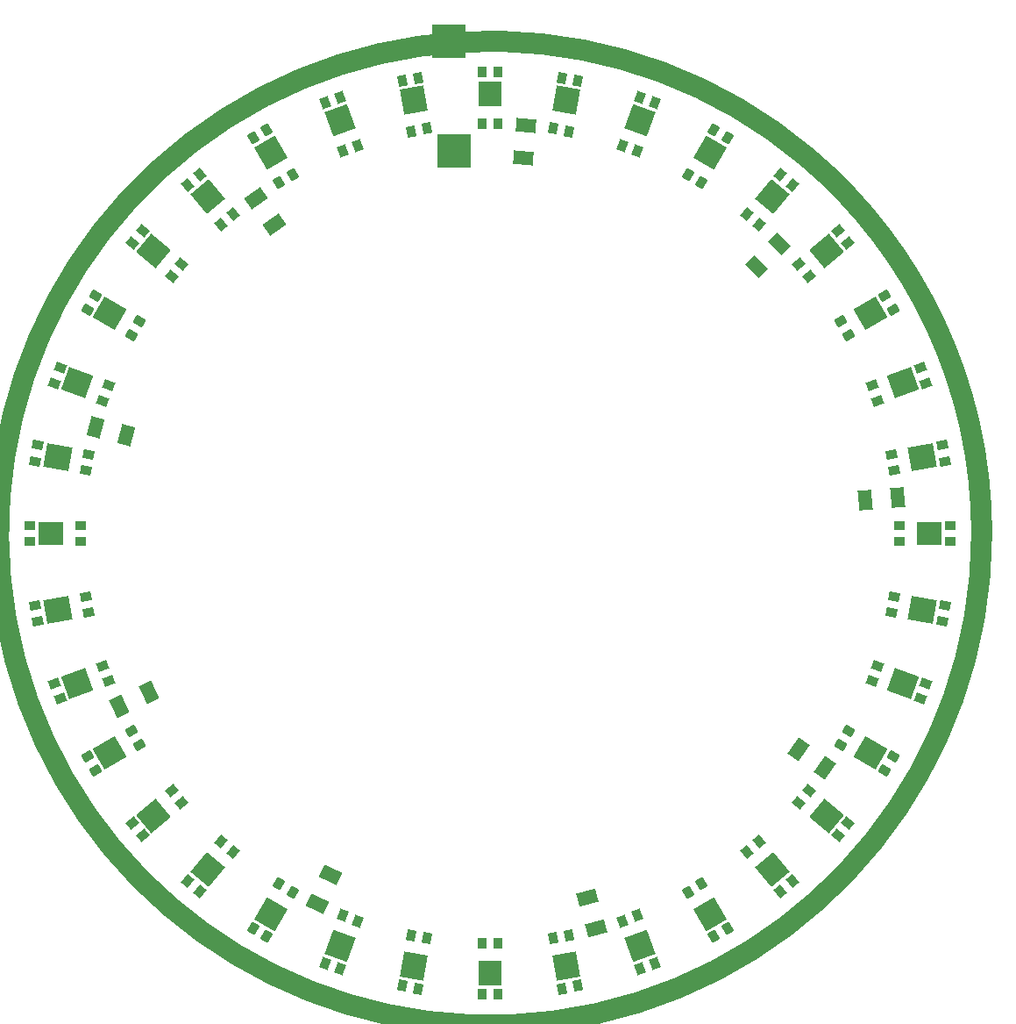
<source format=gts>
G04*
G04 #@! TF.GenerationSoftware,Altium Limited,Altium Designer,19.1.7 (138)*
G04*
G04 Layer_Color=8388736*
%FSLAX25Y25*%
%MOIN*%
G70*
G01*
G75*
%ADD58C,0.07874*%
G04:AMPARAMS|DCode=59|XSize=74.8mil|YSize=51.18mil|CornerRadius=0mil|HoleSize=0mil|Usage=FLASHONLY|Rotation=315.000|XOffset=0mil|YOffset=0mil|HoleType=Round|Shape=Rectangle|*
%AMROTATEDRECTD59*
4,1,4,-0.04454,0.00835,-0.00835,0.04454,0.04454,-0.00835,0.00835,-0.04454,-0.04454,0.00835,0.0*
%
%ADD59ROTATEDRECTD59*%

G04:AMPARAMS|DCode=60|XSize=74.8mil|YSize=51.18mil|CornerRadius=0mil|HoleSize=0mil|Usage=FLASHONLY|Rotation=275.000|XOffset=0mil|YOffset=0mil|HoleType=Round|Shape=Rectangle|*
%AMROTATEDRECTD60*
4,1,4,-0.02875,0.03503,0.02223,0.03949,0.02875,-0.03503,-0.02223,-0.03949,-0.02875,0.03503,0.0*
%
%ADD60ROTATEDRECTD60*%

G04:AMPARAMS|DCode=61|XSize=74.8mil|YSize=51.18mil|CornerRadius=0mil|HoleSize=0mil|Usage=FLASHONLY|Rotation=235.000|XOffset=0mil|YOffset=0mil|HoleType=Round|Shape=Rectangle|*
%AMROTATEDRECTD61*
4,1,4,0.00049,0.04532,0.04242,0.01596,-0.00049,-0.04532,-0.04242,-0.01596,0.00049,0.04532,0.0*
%
%ADD61ROTATEDRECTD61*%

G04:AMPARAMS|DCode=62|XSize=74.8mil|YSize=51.18mil|CornerRadius=0mil|HoleSize=0mil|Usage=FLASHONLY|Rotation=195.000|XOffset=0mil|YOffset=0mil|HoleType=Round|Shape=Rectangle|*
%AMROTATEDRECTD62*
4,1,4,0.02950,0.03440,0.04275,-0.01504,-0.02950,-0.03440,-0.04275,0.01504,0.02950,0.03440,0.0*
%
%ADD62ROTATEDRECTD62*%

G04:AMPARAMS|DCode=63|XSize=74.8mil|YSize=51.18mil|CornerRadius=0mil|HoleSize=0mil|Usage=FLASHONLY|Rotation=75.000|XOffset=0mil|YOffset=0mil|HoleType=Round|Shape=Rectangle|*
%AMROTATEDRECTD63*
4,1,4,0.01504,-0.04275,-0.03440,-0.02950,-0.01504,0.04275,0.03440,0.02950,0.01504,-0.04275,0.0*
%
%ADD63ROTATEDRECTD63*%

G04:AMPARAMS|DCode=64|XSize=74.8mil|YSize=51.18mil|CornerRadius=0mil|HoleSize=0mil|Usage=FLASHONLY|Rotation=155.000|XOffset=0mil|YOffset=0mil|HoleType=Round|Shape=Rectangle|*
%AMROTATEDRECTD64*
4,1,4,0.04471,0.00739,0.02308,-0.03900,-0.04471,-0.00739,-0.02308,0.03900,0.04471,0.00739,0.0*
%
%ADD64ROTATEDRECTD64*%

G04:AMPARAMS|DCode=65|XSize=74.8mil|YSize=51.18mil|CornerRadius=0mil|HoleSize=0mil|Usage=FLASHONLY|Rotation=115.000|XOffset=0mil|YOffset=0mil|HoleType=Round|Shape=Rectangle|*
%AMROTATEDRECTD65*
4,1,4,0.03900,-0.02308,-0.00739,-0.04471,-0.03900,0.02308,0.00739,0.04471,0.03900,-0.02308,0.0*
%
%ADD65ROTATEDRECTD65*%

G04:AMPARAMS|DCode=66|XSize=74.8mil|YSize=51.18mil|CornerRadius=0mil|HoleSize=0mil|Usage=FLASHONLY|Rotation=35.000|XOffset=0mil|YOffset=0mil|HoleType=Round|Shape=Rectangle|*
%AMROTATEDRECTD66*
4,1,4,-0.01596,-0.04242,-0.04532,-0.00049,0.01596,0.04242,0.04532,0.00049,-0.01596,-0.04242,0.0*
%
%ADD66ROTATEDRECTD66*%

G04:AMPARAMS|DCode=67|XSize=90.55mil|YSize=97.24mil|CornerRadius=0mil|HoleSize=0mil|Usage=FLASHONLY|Rotation=290.000|XOffset=0mil|YOffset=0mil|HoleType=Round|Shape=Rectangle|*
%AMROTATEDRECTD67*
4,1,4,-0.06118,0.02592,0.03021,0.05918,0.06118,-0.02592,-0.03021,-0.05918,-0.06118,0.02592,0.0*
%
%ADD67ROTATEDRECTD67*%

G04:AMPARAMS|DCode=68|XSize=33.47mil|YSize=41.34mil|CornerRadius=0mil|HoleSize=0mil|Usage=FLASHONLY|Rotation=290.000|XOffset=0mil|YOffset=0mil|HoleType=Round|Shape=Rectangle|*
%AMROTATEDRECTD68*
4,1,4,-0.02515,0.00865,0.01370,0.02279,0.02515,-0.00865,-0.01370,-0.02279,-0.02515,0.00865,0.0*
%
%ADD68ROTATEDRECTD68*%

%ADD69R,0.12611X0.12611*%
G04:AMPARAMS|DCode=70|XSize=74.8mil|YSize=51.18mil|CornerRadius=0mil|HoleSize=0mil|Usage=FLASHONLY|Rotation=355.000|XOffset=0mil|YOffset=0mil|HoleType=Round|Shape=Rectangle|*
%AMROTATEDRECTD70*
4,1,4,-0.03949,-0.02223,-0.03503,0.02875,0.03949,0.02223,0.03503,-0.02875,-0.03949,-0.02223,0.0*
%
%ADD70ROTATEDRECTD70*%

%ADD71R,0.03347X0.04134*%
%ADD72R,0.09055X0.09724*%
G04:AMPARAMS|DCode=73|XSize=33.47mil|YSize=41.34mil|CornerRadius=0mil|HoleSize=0mil|Usage=FLASHONLY|Rotation=190.000|XOffset=0mil|YOffset=0mil|HoleType=Round|Shape=Rectangle|*
%AMROTATEDRECTD73*
4,1,4,0.01289,0.02326,0.02007,-0.01745,-0.01289,-0.02326,-0.02007,0.01745,0.01289,0.02326,0.0*
%
%ADD73ROTATEDRECTD73*%

G04:AMPARAMS|DCode=74|XSize=90.55mil|YSize=97.24mil|CornerRadius=0mil|HoleSize=0mil|Usage=FLASHONLY|Rotation=190.000|XOffset=0mil|YOffset=0mil|HoleType=Round|Shape=Rectangle|*
%AMROTATEDRECTD74*
4,1,4,0.03615,0.05574,0.05303,-0.04002,-0.03615,-0.05574,-0.05303,0.04002,0.03615,0.05574,0.0*
%
%ADD74ROTATEDRECTD74*%

G04:AMPARAMS|DCode=75|XSize=33.47mil|YSize=41.34mil|CornerRadius=0mil|HoleSize=0mil|Usage=FLASHONLY|Rotation=200.000|XOffset=0mil|YOffset=0mil|HoleType=Round|Shape=Rectangle|*
%AMROTATEDRECTD75*
4,1,4,0.00865,0.02515,0.02279,-0.01370,-0.00865,-0.02515,-0.02279,0.01370,0.00865,0.02515,0.0*
%
%ADD75ROTATEDRECTD75*%

G04:AMPARAMS|DCode=76|XSize=90.55mil|YSize=97.24mil|CornerRadius=0mil|HoleSize=0mil|Usage=FLASHONLY|Rotation=200.000|XOffset=0mil|YOffset=0mil|HoleType=Round|Shape=Rectangle|*
%AMROTATEDRECTD76*
4,1,4,0.02592,0.06118,0.05918,-0.03021,-0.02592,-0.06118,-0.05918,0.03021,0.02592,0.06118,0.0*
%
%ADD76ROTATEDRECTD76*%

G04:AMPARAMS|DCode=77|XSize=33.47mil|YSize=41.34mil|CornerRadius=0mil|HoleSize=0mil|Usage=FLASHONLY|Rotation=210.000|XOffset=0mil|YOffset=0mil|HoleType=Round|Shape=Rectangle|*
%AMROTATEDRECTD77*
4,1,4,0.00416,0.02627,0.02483,-0.00953,-0.00416,-0.02627,-0.02483,0.00953,0.00416,0.02627,0.0*
%
%ADD77ROTATEDRECTD77*%

G04:AMPARAMS|DCode=78|XSize=90.55mil|YSize=97.24mil|CornerRadius=0mil|HoleSize=0mil|Usage=FLASHONLY|Rotation=210.000|XOffset=0mil|YOffset=0mil|HoleType=Round|Shape=Rectangle|*
%AMROTATEDRECTD78*
4,1,4,0.01490,0.06475,0.06352,-0.01947,-0.01490,-0.06475,-0.06352,0.01947,0.01490,0.06475,0.0*
%
%ADD78ROTATEDRECTD78*%

G04:AMPARAMS|DCode=79|XSize=33.47mil|YSize=41.34mil|CornerRadius=0mil|HoleSize=0mil|Usage=FLASHONLY|Rotation=220.000|XOffset=0mil|YOffset=0mil|HoleType=Round|Shape=Rectangle|*
%AMROTATEDRECTD79*
4,1,4,-0.00047,0.02659,0.02610,-0.00508,0.00047,-0.02659,-0.02610,0.00508,-0.00047,0.02659,0.0*
%
%ADD79ROTATEDRECTD79*%

G04:AMPARAMS|DCode=80|XSize=90.55mil|YSize=97.24mil|CornerRadius=0mil|HoleSize=0mil|Usage=FLASHONLY|Rotation=220.000|XOffset=0mil|YOffset=0mil|HoleType=Round|Shape=Rectangle|*
%AMROTATEDRECTD80*
4,1,4,0.00343,0.06635,0.06594,-0.00814,-0.00343,-0.06635,-0.06594,0.00814,0.00343,0.06635,0.0*
%
%ADD80ROTATEDRECTD80*%

G04:AMPARAMS|DCode=81|XSize=33.47mil|YSize=41.34mil|CornerRadius=0mil|HoleSize=0mil|Usage=FLASHONLY|Rotation=230.000|XOffset=0mil|YOffset=0mil|HoleType=Round|Shape=Rectangle|*
%AMROTATEDRECTD81*
4,1,4,-0.00508,0.02610,0.02659,-0.00047,0.00508,-0.02610,-0.02659,0.00047,-0.00508,0.02610,0.0*
%
%ADD81ROTATEDRECTD81*%

G04:AMPARAMS|DCode=82|XSize=90.55mil|YSize=97.24mil|CornerRadius=0mil|HoleSize=0mil|Usage=FLASHONLY|Rotation=230.000|XOffset=0mil|YOffset=0mil|HoleType=Round|Shape=Rectangle|*
%AMROTATEDRECTD82*
4,1,4,-0.00814,0.06594,0.06635,0.00343,0.00814,-0.06594,-0.06635,-0.00343,-0.00814,0.06594,0.0*
%
%ADD82ROTATEDRECTD82*%

G04:AMPARAMS|DCode=83|XSize=33.47mil|YSize=41.34mil|CornerRadius=0mil|HoleSize=0mil|Usage=FLASHONLY|Rotation=240.000|XOffset=0mil|YOffset=0mil|HoleType=Round|Shape=Rectangle|*
%AMROTATEDRECTD83*
4,1,4,-0.00953,0.02483,0.02627,0.00416,0.00953,-0.02483,-0.02627,-0.00416,-0.00953,0.02483,0.0*
%
%ADD83ROTATEDRECTD83*%

G04:AMPARAMS|DCode=84|XSize=90.55mil|YSize=97.24mil|CornerRadius=0mil|HoleSize=0mil|Usage=FLASHONLY|Rotation=240.000|XOffset=0mil|YOffset=0mil|HoleType=Round|Shape=Rectangle|*
%AMROTATEDRECTD84*
4,1,4,-0.01947,0.06352,0.06475,0.01490,0.01947,-0.06352,-0.06475,-0.01490,-0.01947,0.06352,0.0*
%
%ADD84ROTATEDRECTD84*%

G04:AMPARAMS|DCode=85|XSize=33.47mil|YSize=41.34mil|CornerRadius=0mil|HoleSize=0mil|Usage=FLASHONLY|Rotation=250.000|XOffset=0mil|YOffset=0mil|HoleType=Round|Shape=Rectangle|*
%AMROTATEDRECTD85*
4,1,4,-0.01370,0.02279,0.02515,0.00865,0.01370,-0.02279,-0.02515,-0.00865,-0.01370,0.02279,0.0*
%
%ADD85ROTATEDRECTD85*%

G04:AMPARAMS|DCode=86|XSize=90.55mil|YSize=97.24mil|CornerRadius=0mil|HoleSize=0mil|Usage=FLASHONLY|Rotation=250.000|XOffset=0mil|YOffset=0mil|HoleType=Round|Shape=Rectangle|*
%AMROTATEDRECTD86*
4,1,4,-0.03021,0.05918,0.06118,0.02592,0.03021,-0.05918,-0.06118,-0.02592,-0.03021,0.05918,0.0*
%
%ADD86ROTATEDRECTD86*%

G04:AMPARAMS|DCode=87|XSize=33.47mil|YSize=41.34mil|CornerRadius=0mil|HoleSize=0mil|Usage=FLASHONLY|Rotation=260.000|XOffset=0mil|YOffset=0mil|HoleType=Round|Shape=Rectangle|*
%AMROTATEDRECTD87*
4,1,4,-0.01745,0.02007,0.02326,0.01289,0.01745,-0.02007,-0.02326,-0.01289,-0.01745,0.02007,0.0*
%
%ADD87ROTATEDRECTD87*%

G04:AMPARAMS|DCode=88|XSize=90.55mil|YSize=97.24mil|CornerRadius=0mil|HoleSize=0mil|Usage=FLASHONLY|Rotation=260.000|XOffset=0mil|YOffset=0mil|HoleType=Round|Shape=Rectangle|*
%AMROTATEDRECTD88*
4,1,4,-0.04002,0.05303,0.05574,0.03615,0.04002,-0.05303,-0.05574,-0.03615,-0.04002,0.05303,0.0*
%
%ADD88ROTATEDRECTD88*%

%ADD89R,0.04134X0.03347*%
%ADD90R,0.09724X0.09055*%
G04:AMPARAMS|DCode=91|XSize=33.47mil|YSize=41.34mil|CornerRadius=0mil|HoleSize=0mil|Usage=FLASHONLY|Rotation=100.000|XOffset=0mil|YOffset=0mil|HoleType=Round|Shape=Rectangle|*
%AMROTATEDRECTD91*
4,1,4,0.02326,-0.01289,-0.01745,-0.02007,-0.02326,0.01289,0.01745,0.02007,0.02326,-0.01289,0.0*
%
%ADD91ROTATEDRECTD91*%

G04:AMPARAMS|DCode=92|XSize=90.55mil|YSize=97.24mil|CornerRadius=0mil|HoleSize=0mil|Usage=FLASHONLY|Rotation=100.000|XOffset=0mil|YOffset=0mil|HoleType=Round|Shape=Rectangle|*
%AMROTATEDRECTD92*
4,1,4,0.05574,-0.03615,-0.04002,-0.05303,-0.05574,0.03615,0.04002,0.05303,0.05574,-0.03615,0.0*
%
%ADD92ROTATEDRECTD92*%

G04:AMPARAMS|DCode=93|XSize=33.47mil|YSize=41.34mil|CornerRadius=0mil|HoleSize=0mil|Usage=FLASHONLY|Rotation=120.000|XOffset=0mil|YOffset=0mil|HoleType=Round|Shape=Rectangle|*
%AMROTATEDRECTD93*
4,1,4,0.02627,-0.00416,-0.00953,-0.02483,-0.02627,0.00416,0.00953,0.02483,0.02627,-0.00416,0.0*
%
%ADD93ROTATEDRECTD93*%

G04:AMPARAMS|DCode=94|XSize=90.55mil|YSize=97.24mil|CornerRadius=0mil|HoleSize=0mil|Usage=FLASHONLY|Rotation=120.000|XOffset=0mil|YOffset=0mil|HoleType=Round|Shape=Rectangle|*
%AMROTATEDRECTD94*
4,1,4,0.06475,-0.01490,-0.01947,-0.06352,-0.06475,0.01490,0.01947,0.06352,0.06475,-0.01490,0.0*
%
%ADD94ROTATEDRECTD94*%

G04:AMPARAMS|DCode=95|XSize=33.47mil|YSize=41.34mil|CornerRadius=0mil|HoleSize=0mil|Usage=FLASHONLY|Rotation=130.000|XOffset=0mil|YOffset=0mil|HoleType=Round|Shape=Rectangle|*
%AMROTATEDRECTD95*
4,1,4,0.02659,0.00047,-0.00508,-0.02610,-0.02659,-0.00047,0.00508,0.02610,0.02659,0.00047,0.0*
%
%ADD95ROTATEDRECTD95*%

G04:AMPARAMS|DCode=96|XSize=90.55mil|YSize=97.24mil|CornerRadius=0mil|HoleSize=0mil|Usage=FLASHONLY|Rotation=130.000|XOffset=0mil|YOffset=0mil|HoleType=Round|Shape=Rectangle|*
%AMROTATEDRECTD96*
4,1,4,0.06635,-0.00343,-0.00814,-0.06594,-0.06635,0.00343,0.00814,0.06594,0.06635,-0.00343,0.0*
%
%ADD96ROTATEDRECTD96*%

G04:AMPARAMS|DCode=97|XSize=33.47mil|YSize=41.34mil|CornerRadius=0mil|HoleSize=0mil|Usage=FLASHONLY|Rotation=140.000|XOffset=0mil|YOffset=0mil|HoleType=Round|Shape=Rectangle|*
%AMROTATEDRECTD97*
4,1,4,0.02610,0.00508,-0.00047,-0.02659,-0.02610,-0.00508,0.00047,0.02659,0.02610,0.00508,0.0*
%
%ADD97ROTATEDRECTD97*%

G04:AMPARAMS|DCode=98|XSize=90.55mil|YSize=97.24mil|CornerRadius=0mil|HoleSize=0mil|Usage=FLASHONLY|Rotation=140.000|XOffset=0mil|YOffset=0mil|HoleType=Round|Shape=Rectangle|*
%AMROTATEDRECTD98*
4,1,4,0.06594,0.00814,0.00343,-0.06635,-0.06594,-0.00814,-0.00343,0.06635,0.06594,0.00814,0.0*
%
%ADD98ROTATEDRECTD98*%

G04:AMPARAMS|DCode=99|XSize=33.47mil|YSize=41.34mil|CornerRadius=0mil|HoleSize=0mil|Usage=FLASHONLY|Rotation=150.000|XOffset=0mil|YOffset=0mil|HoleType=Round|Shape=Rectangle|*
%AMROTATEDRECTD99*
4,1,4,0.02483,0.00953,0.00416,-0.02627,-0.02483,-0.00953,-0.00416,0.02627,0.02483,0.00953,0.0*
%
%ADD99ROTATEDRECTD99*%

G04:AMPARAMS|DCode=100|XSize=90.55mil|YSize=97.24mil|CornerRadius=0mil|HoleSize=0mil|Usage=FLASHONLY|Rotation=150.000|XOffset=0mil|YOffset=0mil|HoleType=Round|Shape=Rectangle|*
%AMROTATEDRECTD100*
4,1,4,0.06352,0.01947,0.01490,-0.06475,-0.06352,-0.01947,-0.01490,0.06475,0.06352,0.01947,0.0*
%
%ADD100ROTATEDRECTD100*%

G04:AMPARAMS|DCode=101|XSize=33.47mil|YSize=41.34mil|CornerRadius=0mil|HoleSize=0mil|Usage=FLASHONLY|Rotation=160.000|XOffset=0mil|YOffset=0mil|HoleType=Round|Shape=Rectangle|*
%AMROTATEDRECTD101*
4,1,4,0.02279,0.01370,0.00865,-0.02515,-0.02279,-0.01370,-0.00865,0.02515,0.02279,0.01370,0.0*
%
%ADD101ROTATEDRECTD101*%

G04:AMPARAMS|DCode=102|XSize=90.55mil|YSize=97.24mil|CornerRadius=0mil|HoleSize=0mil|Usage=FLASHONLY|Rotation=160.000|XOffset=0mil|YOffset=0mil|HoleType=Round|Shape=Rectangle|*
%AMROTATEDRECTD102*
4,1,4,0.05918,0.03021,0.02592,-0.06118,-0.05918,-0.03021,-0.02592,0.06118,0.05918,0.03021,0.0*
%
%ADD102ROTATEDRECTD102*%

G04:AMPARAMS|DCode=103|XSize=33.47mil|YSize=41.34mil|CornerRadius=0mil|HoleSize=0mil|Usage=FLASHONLY|Rotation=170.000|XOffset=0mil|YOffset=0mil|HoleType=Round|Shape=Rectangle|*
%AMROTATEDRECTD103*
4,1,4,0.02007,0.01745,0.01289,-0.02326,-0.02007,-0.01745,-0.01289,0.02326,0.02007,0.01745,0.0*
%
%ADD103ROTATEDRECTD103*%

G04:AMPARAMS|DCode=104|XSize=90.55mil|YSize=97.24mil|CornerRadius=0mil|HoleSize=0mil|Usage=FLASHONLY|Rotation=170.000|XOffset=0mil|YOffset=0mil|HoleType=Round|Shape=Rectangle|*
%AMROTATEDRECTD104*
4,1,4,0.05303,0.04002,0.03615,-0.05574,-0.05303,-0.04002,-0.03615,0.05574,0.05303,0.04002,0.0*
%
%ADD104ROTATEDRECTD104*%

D58*
X186929Y0D02*
G03*
X120390Y142999I-186929J0D01*
G01*
D02*
G03*
X186929Y0I-120390J-142999D01*
G01*
D59*
X101306Y101225D02*
D03*
X109936Y109855D02*
D03*
D60*
X142671Y12424D02*
D03*
X154829Y13488D02*
D03*
D61*
X117279Y-82190D02*
D03*
X127276Y-89190D02*
D03*
D62*
X37010Y-138346D02*
D03*
X40169Y-150135D02*
D03*
D63*
X-138316Y37121D02*
D03*
X-150105Y40280D02*
D03*
D64*
X-60576Y-129769D02*
D03*
X-65734Y-140830D02*
D03*
D65*
X-129817Y-60471D02*
D03*
X-140879Y-65629D02*
D03*
D66*
X-82095Y117345D02*
D03*
X-89096Y127342D02*
D03*
D67*
X-156918Y-57113D02*
D03*
X156918Y57113D02*
D03*
D68*
X-165583Y-57020D02*
D03*
X-163496Y-62755D02*
D03*
X-145182Y-56089D02*
D03*
X-147269Y-50355D02*
D03*
X147269Y50355D02*
D03*
X145182Y56089D02*
D03*
X163496Y62755D02*
D03*
X165583Y57020D02*
D03*
D69*
X-15748Y187008D02*
D03*
X-13780Y145158D02*
D03*
D70*
X13603Y154819D02*
D03*
X12539Y142661D02*
D03*
D71*
X3051Y155610D02*
D03*
X-3051Y155610D02*
D03*
X-3051Y175100D02*
D03*
X3051Y175100D02*
D03*
X-3051Y-155610D02*
D03*
X3051Y-155610D02*
D03*
X3051Y-175100D02*
D03*
X-3051Y-175100D02*
D03*
D72*
X0Y166988D02*
D03*
X0Y-166988D02*
D03*
D73*
X-24017Y153776D02*
D03*
X-30026Y152716D02*
D03*
X-33411Y171910D02*
D03*
X-27401Y172969D02*
D03*
X24017Y-153776D02*
D03*
X30026Y-152716D02*
D03*
X33411Y-171910D02*
D03*
X27401Y-172969D02*
D03*
D74*
X-28997Y164451D02*
D03*
X28997Y-164451D02*
D03*
D75*
X-50355Y147269D02*
D03*
X-56089Y145182D02*
D03*
X-62755Y163496D02*
D03*
X-57020Y165583D02*
D03*
X50355Y-147269D02*
D03*
X56089Y-145182D02*
D03*
X62755Y-163496D02*
D03*
X57020Y-165583D02*
D03*
D76*
X-57113Y156918D02*
D03*
X57113Y-156918D02*
D03*
D77*
X-75163Y136288D02*
D03*
X-80448Y133237D02*
D03*
X-90192Y150115D02*
D03*
X-84907Y153166D02*
D03*
X75163Y-136288D02*
D03*
X80448Y-133237D02*
D03*
X90192Y-150115D02*
D03*
X84907Y-153166D02*
D03*
D78*
X-83494Y144616D02*
D03*
X83494Y-144616D02*
D03*
D79*
X-97687Y121166D02*
D03*
X-102362Y117243D02*
D03*
X-114889Y132173D02*
D03*
X-110215Y136095D02*
D03*
X97687Y-121166D02*
D03*
X102362Y-117243D02*
D03*
X114889Y-132173D02*
D03*
X110214Y-136095D02*
D03*
D80*
X-107338Y127920D02*
D03*
X107338Y-127920D02*
D03*
D81*
X-117243Y102362D02*
D03*
X-121166Y97687D02*
D03*
X-136095Y110215D02*
D03*
X-132173Y114889D02*
D03*
X117243Y-102362D02*
D03*
X121166Y-97687D02*
D03*
X136095Y-110215D02*
D03*
X132173Y-114889D02*
D03*
D82*
X-127920Y107338D02*
D03*
X127920Y-107338D02*
D03*
D83*
X-133237Y80448D02*
D03*
X-136288Y75163D02*
D03*
X-153166Y84907D02*
D03*
X-150115Y90192D02*
D03*
X133237Y-80448D02*
D03*
X136288Y-75163D02*
D03*
X153166Y-84907D02*
D03*
X150115Y-90192D02*
D03*
D84*
X-144616Y83494D02*
D03*
X144616Y-83494D02*
D03*
D85*
X-145182Y56089D02*
D03*
X-147269Y50355D02*
D03*
X-165583Y57020D02*
D03*
X-163496Y62755D02*
D03*
X145182Y-56089D02*
D03*
X147269Y-50355D02*
D03*
X165583Y-57020D02*
D03*
X163496Y-62755D02*
D03*
D86*
X-156918Y57113D02*
D03*
X156918Y-57113D02*
D03*
D87*
X-152716Y30026D02*
D03*
X-153776Y24017D02*
D03*
X-172969Y27401D02*
D03*
X-171910Y33411D02*
D03*
X152716Y-30026D02*
D03*
X153776Y-24017D02*
D03*
X172969Y-27401D02*
D03*
X171910Y-33411D02*
D03*
D88*
X-164451Y28997D02*
D03*
X164451Y-28997D02*
D03*
D89*
X155610Y-3051D02*
D03*
Y3051D02*
D03*
X175100Y3051D02*
D03*
X175100Y-3051D02*
D03*
X-155610Y3051D02*
D03*
Y-3051D02*
D03*
X-175100D02*
D03*
Y3051D02*
D03*
D90*
X166988Y-0D02*
D03*
X-166988Y0D02*
D03*
D91*
X153776Y24017D02*
D03*
X152716Y30026D02*
D03*
X171910Y33411D02*
D03*
X172969Y27401D02*
D03*
X-153776Y-24017D02*
D03*
X-152716Y-30026D02*
D03*
X-171910Y-33411D02*
D03*
X-172969Y-27401D02*
D03*
D92*
X164451Y28997D02*
D03*
X-164451Y-28997D02*
D03*
D93*
X136288Y75163D02*
D03*
X133237Y80448D02*
D03*
X150115Y90192D02*
D03*
X153166Y84907D02*
D03*
X-136288Y-75163D02*
D03*
X-133237Y-80448D02*
D03*
X-150115Y-90192D02*
D03*
X-153166Y-84907D02*
D03*
D94*
X144616Y83494D02*
D03*
X-144616Y-83494D02*
D03*
D95*
X121166Y97687D02*
D03*
X117243Y102362D02*
D03*
X132173Y114889D02*
D03*
X136095Y110214D02*
D03*
X-121166Y-97687D02*
D03*
X-117243Y-102362D02*
D03*
X-132173Y-114889D02*
D03*
X-136095Y-110214D02*
D03*
D96*
X127920Y107338D02*
D03*
X-127920Y-107338D02*
D03*
D97*
X102362Y117243D02*
D03*
X97687Y121166D02*
D03*
X110215Y136095D02*
D03*
X114889Y132173D02*
D03*
X-102362Y-117243D02*
D03*
X-97687Y-121166D02*
D03*
X-110214Y-136095D02*
D03*
X-114889Y-132173D02*
D03*
D98*
X107338Y127920D02*
D03*
X-107338Y-127920D02*
D03*
D99*
X80448Y133237D02*
D03*
X75163Y136288D02*
D03*
X84907Y153166D02*
D03*
X90192Y150115D02*
D03*
X-80448Y-133237D02*
D03*
X-75163Y-136288D02*
D03*
X-84907Y-153166D02*
D03*
X-90192Y-150115D02*
D03*
D100*
X83494Y144616D02*
D03*
X-83494Y-144616D02*
D03*
D101*
X56089Y145182D02*
D03*
X50355Y147269D02*
D03*
X57020Y165583D02*
D03*
X62755Y163496D02*
D03*
X-56089Y-145182D02*
D03*
X-50355Y-147269D02*
D03*
X-57020Y-165583D02*
D03*
X-62755Y-163496D02*
D03*
D102*
X57113Y156918D02*
D03*
X-57113Y-156918D02*
D03*
D103*
X30026Y152716D02*
D03*
X24017Y153776D02*
D03*
X27401Y172969D02*
D03*
X33411Y171910D02*
D03*
X-30026Y-152716D02*
D03*
X-24017Y-153776D02*
D03*
X-27401Y-172969D02*
D03*
X-33411Y-171910D02*
D03*
D104*
X28997Y164451D02*
D03*
X-28997Y-164451D02*
D03*
M02*

</source>
